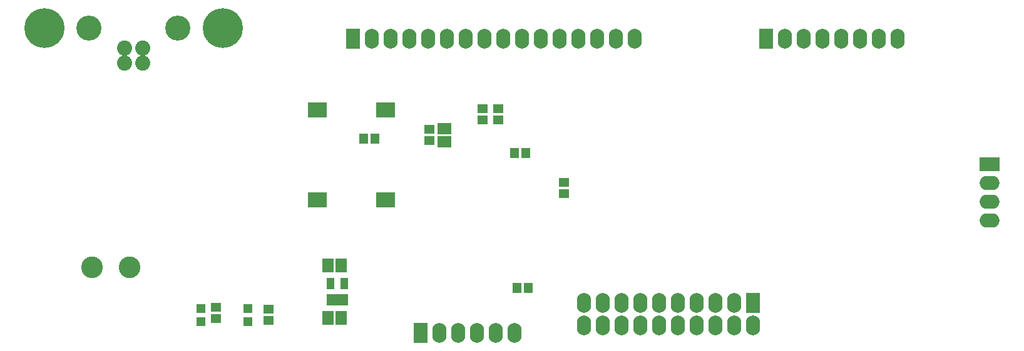
<source format=gbr>
G04 #@! TF.FileFunction,Soldermask,Top*
%FSLAX46Y46*%
G04 Gerber Fmt 4.6, Leading zero omitted, Abs format (unit mm)*
G04 Created by KiCad (PCBNEW 4.0.1-stable) date 6/19/2016 2:06:42 PM*
%MOMM*%
G01*
G04 APERTURE LIST*
%ADD10C,0.100000*%
%ADD11R,1.924000X2.686000*%
%ADD12O,1.924000X2.686000*%
%ADD13R,1.350000X1.300000*%
%ADD14R,1.550000X1.850000*%
%ADD15R,1.300000X1.350000*%
%ADD16R,1.850000X1.550000*%
%ADD17R,1.200100X1.299160*%
%ADD18R,2.686000X1.924000*%
%ADD19O,2.686000X1.924000*%
%ADD20R,1.400000X1.250000*%
%ADD21R,1.250000X1.400000*%
%ADD22R,2.590000X2.000000*%
%ADD23R,1.000000X1.500000*%
%ADD24C,5.400000*%
%ADD25C,2.050000*%
%ADD26C,3.400000*%
%ADD27C,2.940000*%
G04 APERTURE END LIST*
D10*
D11*
X193802000Y-68834000D03*
D12*
X191262000Y-68834000D03*
X188722000Y-68834000D03*
X186182000Y-68834000D03*
X183642000Y-68834000D03*
X181102000Y-68834000D03*
X178562000Y-68834000D03*
X176022000Y-68834000D03*
X173482000Y-68834000D03*
X170942000Y-68834000D03*
X193802000Y-71882000D03*
X191262000Y-71882000D03*
X188722000Y-71882000D03*
X186182000Y-71882000D03*
X183642000Y-71882000D03*
X181102000Y-71882000D03*
X178562000Y-71882000D03*
X176022000Y-71882000D03*
X173482000Y-71882000D03*
X170942000Y-71882000D03*
D13*
X149987000Y-46851000D03*
X149987000Y-45351000D03*
X168211500Y-52526500D03*
X168211500Y-54026500D03*
D14*
X136260000Y-70866000D03*
X138060000Y-70866000D03*
D15*
X163056000Y-48514000D03*
X161556000Y-48514000D03*
D14*
X136260000Y-63754000D03*
X138060000Y-63754000D03*
D16*
X152019000Y-45201000D03*
X152019000Y-47001000D03*
D13*
X157162500Y-42557000D03*
X157162500Y-44057000D03*
X159321500Y-42557000D03*
X159321500Y-44057000D03*
D17*
X119062500Y-69585840D03*
X119062500Y-71384160D03*
X125412500Y-69585840D03*
X125412500Y-71384160D03*
D11*
X195580000Y-33020000D03*
D12*
X198120000Y-33020000D03*
X200660000Y-33020000D03*
X203200000Y-33020000D03*
X205740000Y-33020000D03*
X208280000Y-33020000D03*
X210820000Y-33020000D03*
X213360000Y-33020000D03*
D11*
X139700000Y-33020000D03*
D12*
X142240000Y-33020000D03*
X144780000Y-33020000D03*
X147320000Y-33020000D03*
X149860000Y-33020000D03*
X152400000Y-33020000D03*
X154940000Y-33020000D03*
X157480000Y-33020000D03*
X160020000Y-33020000D03*
X162560000Y-33020000D03*
X165100000Y-33020000D03*
X167640000Y-33020000D03*
X170180000Y-33020000D03*
X172720000Y-33020000D03*
X175260000Y-33020000D03*
X177800000Y-33020000D03*
D18*
X225790000Y-50080000D03*
D19*
X225790000Y-52620000D03*
X225790000Y-55160000D03*
X225790000Y-57700000D03*
D11*
X148844000Y-72898000D03*
D12*
X151384000Y-72898000D03*
X153924000Y-72898000D03*
X156464000Y-72898000D03*
X159004000Y-72898000D03*
X161544000Y-72898000D03*
D20*
X121094500Y-69481000D03*
X121094500Y-70981000D03*
X128206500Y-69735000D03*
X128206500Y-71235000D03*
D21*
X142609000Y-46609000D03*
X141109000Y-46609000D03*
X163373500Y-66802000D03*
X161873500Y-66802000D03*
D22*
X144041000Y-42672000D03*
X134851000Y-42672000D03*
X134851000Y-54864000D03*
X144041000Y-54864000D03*
D23*
X136591000Y-68410000D03*
X138491000Y-68410000D03*
X137541000Y-68410000D03*
X138491000Y-66210000D03*
X136591000Y-66210000D03*
D24*
X122047000Y-31623000D03*
X97917000Y-31623000D03*
D25*
X111232000Y-34333000D03*
X108732000Y-34333000D03*
X111232000Y-36333000D03*
D26*
X103982000Y-31623000D03*
X115982000Y-31623000D03*
D25*
X108732000Y-36333000D03*
D27*
X104394000Y-64008000D03*
X109474000Y-64008000D03*
M02*

</source>
